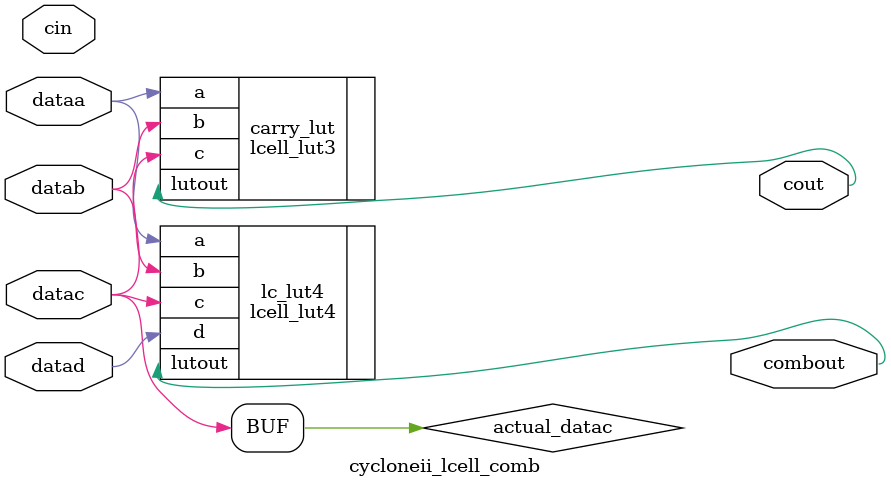
<source format=v>


module cycloneii_lcell_comb (
                             dataa,
                             datab,
                             datac,
                             datad,
                             cin,
                             combout,
                             cout
                            );
// INTERFACE END

//// default parameters ////

parameter lut_mask = 16'b0000000000000000;
parameter sum_lutc_input = "datac";
parameter lpm_type = "cycloneii_lcell_comb";

`ifdef LUT_MASK_IS_HEX_STRING
localparam hex_number_lut_mask = str_to_bin16(lut_mask);
`else
localparam hex_number_lut_mask = lut_mask;
`endif

//// port declarations ////

input dataa;
input datab;
input datac;
input datad;
input cin;

output combout;
output cout;

wire actual_datac;
// IMPLEMENTATION BEGIN
///////////////////////

function [15:0] str_to_bin16;
   input [31:0] s;
   reg [31:0] reg_s;
   reg [15:0] bin_val;
	begin
      reg_s = s;
		bin_val[15:12] = reg_s[27:24] + reg_s[30] * 9;
      bin_val[11:8] = reg_s[19:16] + reg_s[22] * 9;
      bin_val[7:4] = reg_s[11:8] + reg_s[14] * 9;
      bin_val[3:0] = reg_s[3:0] + reg_s[6] * 9;
      str_to_bin16 = bin_val;
	end
endfunction

// LUT Functions //

assign actual_datac = (sum_lutc_input == "datac")? datac : cin;

	lcell_lut4 #(hex_number_lut_mask) lc_lut4 (.a(dataa), .b(datab), 
						.c(actual_datac), .d(datad), .lutout(combout) ) ;

	lcell_lut3 #(hex_number_lut_mask) carry_lut (.a(dataa), .b(datab),
						.c(actual_datac), .lutout(cout) );

// IMPLEMENTATION END
endmodule
// MODEL END

</source>
